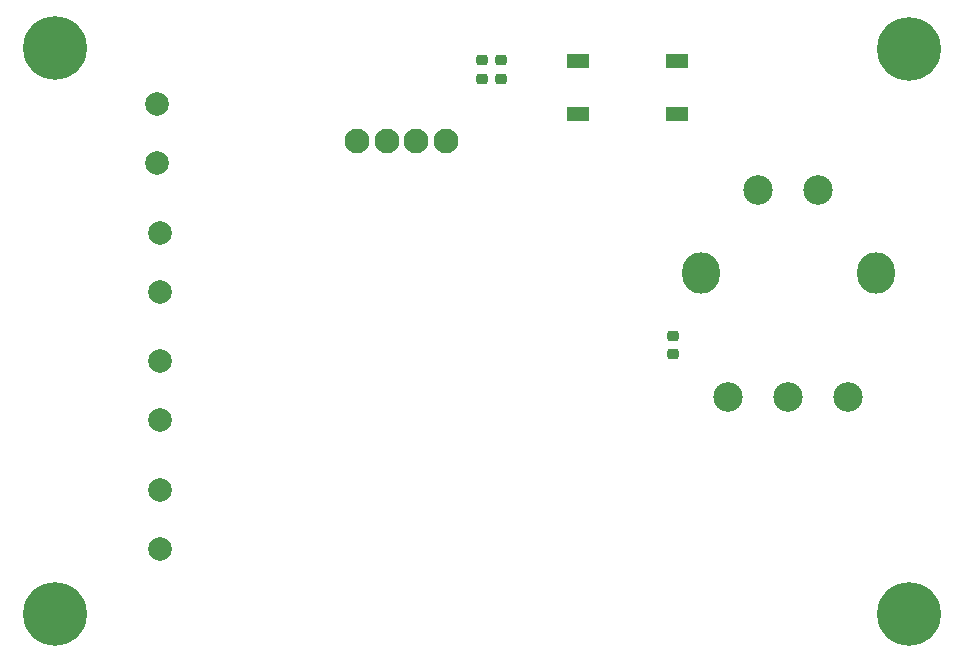
<source format=gbs>
G04 #@! TF.GenerationSoftware,KiCad,Pcbnew,7.0.9*
G04 #@! TF.CreationDate,2024-10-07T21:11:22-04:00*
G04 #@! TF.ProjectId,T12 soldering station,54313220-736f-46c6-9465-72696e672073,rev?*
G04 #@! TF.SameCoordinates,Original*
G04 #@! TF.FileFunction,Soldermask,Bot*
G04 #@! TF.FilePolarity,Negative*
%FSLAX46Y46*%
G04 Gerber Fmt 4.6, Leading zero omitted, Abs format (unit mm)*
G04 Created by KiCad (PCBNEW 7.0.9) date 2024-10-07 21:11:22*
%MOMM*%
%LPD*%
G01*
G04 APERTURE LIST*
G04 Aperture macros list*
%AMRoundRect*
0 Rectangle with rounded corners*
0 $1 Rounding radius*
0 $2 $3 $4 $5 $6 $7 $8 $9 X,Y pos of 4 corners*
0 Add a 4 corners polygon primitive as box body*
4,1,4,$2,$3,$4,$5,$6,$7,$8,$9,$2,$3,0*
0 Add four circle primitives for the rounded corners*
1,1,$1+$1,$2,$3*
1,1,$1+$1,$4,$5*
1,1,$1+$1,$6,$7*
1,1,$1+$1,$8,$9*
0 Add four rect primitives between the rounded corners*
20,1,$1+$1,$2,$3,$4,$5,0*
20,1,$1+$1,$4,$5,$6,$7,0*
20,1,$1+$1,$6,$7,$8,$9,0*
20,1,$1+$1,$8,$9,$2,$3,0*%
G04 Aperture macros list end*
%ADD10C,3.100000*%
%ADD11C,5.400000*%
%ADD12C,2.000000*%
%ADD13R,1.900000X1.300000*%
%ADD14O,3.200000X3.500000*%
%ADD15C,2.500000*%
%ADD16RoundRect,0.218750X-0.256250X0.218750X-0.256250X-0.218750X0.256250X-0.218750X0.256250X0.218750X0*%
%ADD17C,2.100000*%
G04 APERTURE END LIST*
D10*
X174142400Y-103581200D03*
D11*
X174142400Y-103581200D03*
D10*
X101803200Y-103530400D03*
D11*
X101803200Y-103530400D03*
D12*
X110744000Y-130048000D03*
X110744000Y-135048000D03*
X110744000Y-119184400D03*
X110744000Y-124184400D03*
X110490000Y-108284000D03*
X110490000Y-113284000D03*
D10*
X174142400Y-151485600D03*
D11*
X174142400Y-151485600D03*
D12*
X110744000Y-140970000D03*
X110744000Y-145970000D03*
D10*
X101803200Y-151485600D03*
D11*
X101803200Y-151485600D03*
D13*
X154517200Y-104633200D03*
X146117200Y-104633200D03*
X154517200Y-109133200D03*
X146117200Y-109133200D03*
D14*
X171306200Y-122570000D03*
X156506200Y-122570000D03*
D15*
X168986200Y-133070000D03*
X163906200Y-133070000D03*
X158826200Y-133070000D03*
X166446200Y-115570000D03*
X161366200Y-115570000D03*
D16*
X154107200Y-127878100D03*
X154107200Y-129453100D03*
X137972800Y-104571700D03*
X137972800Y-106146700D03*
D17*
X134895600Y-111404400D03*
X132395600Y-111404400D03*
X129895600Y-111404400D03*
X127395600Y-111404400D03*
D16*
X139598400Y-104571700D03*
X139598400Y-106146700D03*
M02*

</source>
